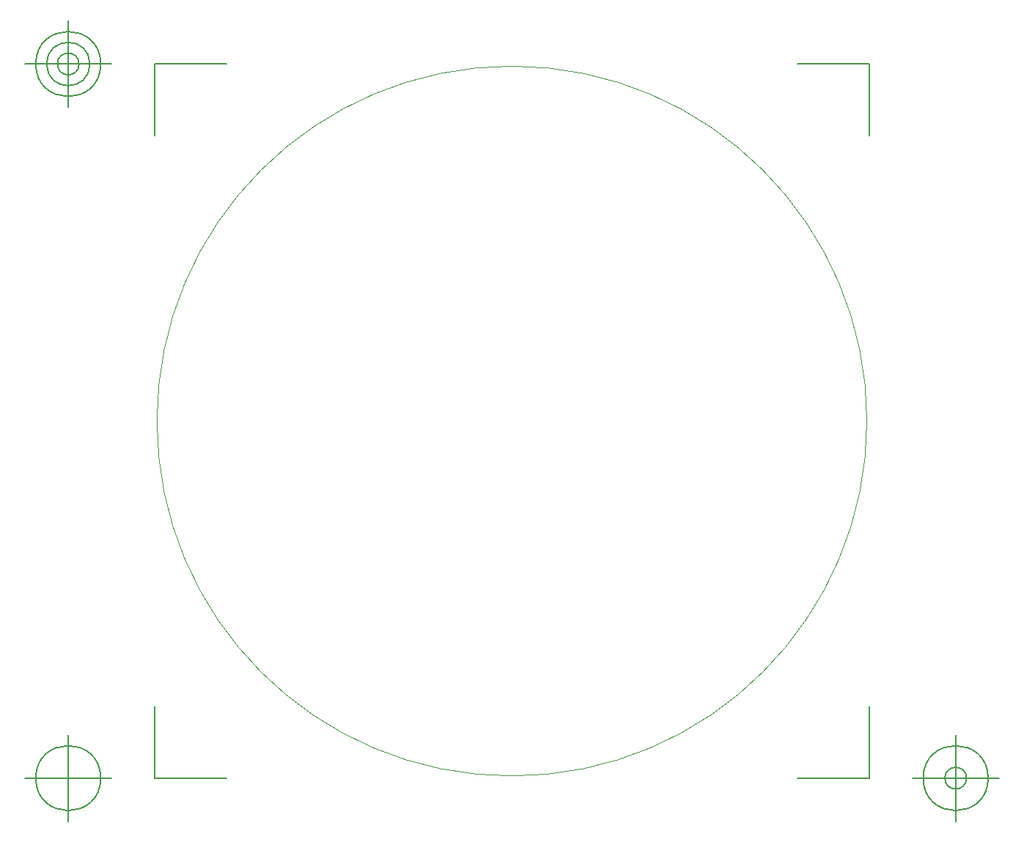
<source format=gbr>
G04 Generated by Ultiboard 14.0 *
%FSLAX46Y46*%
%MOMM*%

%ADD11C,0.001270*%
%ADD12C,0.127000*%


G04 ColorRGB 00FFFF for the following layer *
%LNBoard Outline*%
%LPD*%
G54D10*
G54D11*
X-40999999Y0D02*
G75*
D01*
G02X-40999999Y0I40999999J0*
G01*
G54D12*
X-41254000Y-41254000D02*
X-41254000Y-33003200D01*
X-41254000Y-41254000D02*
X-33003200Y-41254000D01*
X41254000Y-41254000D02*
X33003200Y-41254000D01*
X41254000Y-41254000D02*
X41254000Y-33003200D01*
X41254000Y41254000D02*
X41254000Y33003200D01*
X41254000Y41254000D02*
X33003200Y41254000D01*
X-41254000Y41254000D02*
X-33003200Y41254000D01*
X-41254000Y41254000D02*
X-41254000Y33003200D01*
X-46254000Y-41254000D02*
X-56254000Y-41254000D01*
X-51254000Y-46254000D02*
X-51254000Y-36254000D01*
X-55003999Y-41254000D02*
G75*
D01*
G02X-55003999Y-41254000I3749999J0*
G01*
X46254000Y-41254000D02*
X56254000Y-41254000D01*
X51254000Y-46254000D02*
X51254000Y-36254000D01*
X47504001Y-41254000D02*
G75*
D01*
G02X47504001Y-41254000I3749999J0*
G01*
X50004001Y-41254000D02*
G75*
D01*
G02X50004001Y-41254000I1249999J0*
G01*
X-46254000Y41254000D02*
X-56254000Y41254000D01*
X-51254000Y36254000D02*
X-51254000Y46254000D01*
X-55003999Y41254000D02*
G75*
D01*
G02X-55003999Y41254000I3749999J0*
G01*
X-53753999Y41254000D02*
G75*
D01*
G02X-53753999Y41254000I2499999J0*
G01*
X-52503999Y41254000D02*
G75*
D01*
G02X-52503999Y41254000I1249999J0*
G01*

M02*

</source>
